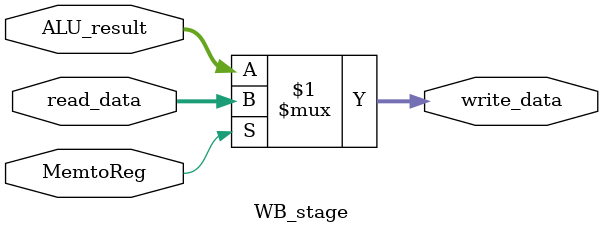
<source format=v>
`timescale 1ns / 1ps
module WB_stage (
    input  wire [31:0] read_data,     // Data from memory
    input  wire [31:0] ALU_result,    // Data from ALU
    input  wire        MemtoReg,      // Control: select memory or ALU result
    output wire [31:0] write_data     // Final data to be written to register file
);

    // If MemtoReg = 1 ? choose memory data, else ? choose ALU result
    assign write_data = (MemtoReg) ? read_data : ALU_result;

endmodule


</source>
